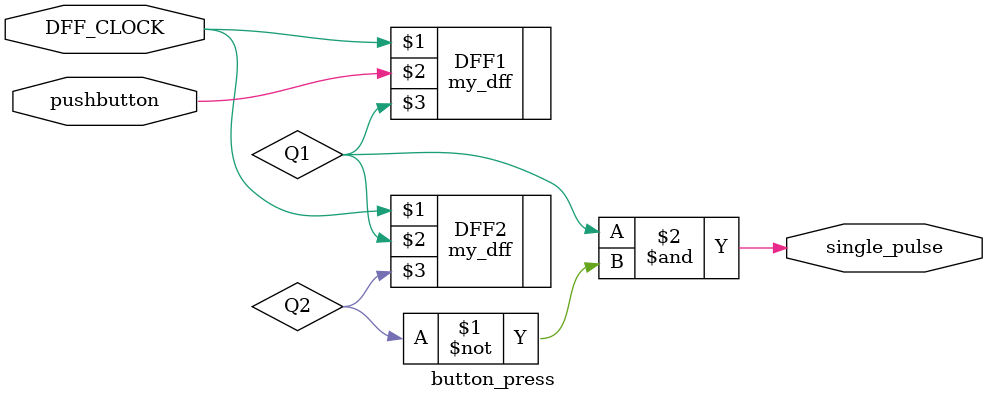
<source format=v>
`timescale 1ns / 1ps


module button_press(
    input DFF_CLOCK,
    input pushbutton,
    output single_pulse
    );
    
    wire Q1;
    wire Q2;
    
    my_dff DFF1 (DFF_CLOCK, pushbutton, Q1);
    my_dff DFF2 (DFF_CLOCK, Q1, Q2);
        
    assign single_pulse = Q1 & ~Q2;
endmodule

</source>
